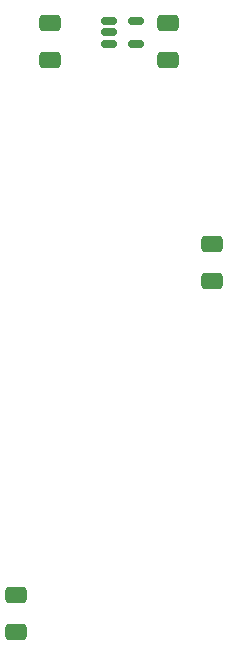
<source format=gbr>
%TF.GenerationSoftware,KiCad,Pcbnew,(7.0.0)*%
%TF.CreationDate,2023-05-30T16:09:46+02:00*%
%TF.ProjectId,connecteurs,636f6e6e-6563-4746-9575-72732e6b6963,1.0*%
%TF.SameCoordinates,Original*%
%TF.FileFunction,Paste,Top*%
%TF.FilePolarity,Positive*%
%FSLAX46Y46*%
G04 Gerber Fmt 4.6, Leading zero omitted, Abs format (unit mm)*
G04 Created by KiCad (PCBNEW (7.0.0)) date 2023-05-30 16:09:46*
%MOMM*%
%LPD*%
G01*
G04 APERTURE LIST*
G04 Aperture macros list*
%AMRoundRect*
0 Rectangle with rounded corners*
0 $1 Rounding radius*
0 $2 $3 $4 $5 $6 $7 $8 $9 X,Y pos of 4 corners*
0 Add a 4 corners polygon primitive as box body*
4,1,4,$2,$3,$4,$5,$6,$7,$8,$9,$2,$3,0*
0 Add four circle primitives for the rounded corners*
1,1,$1+$1,$2,$3*
1,1,$1+$1,$4,$5*
1,1,$1+$1,$6,$7*
1,1,$1+$1,$8,$9*
0 Add four rect primitives between the rounded corners*
20,1,$1+$1,$2,$3,$4,$5,0*
20,1,$1+$1,$4,$5,$6,$7,0*
20,1,$1+$1,$6,$7,$8,$9,0*
20,1,$1+$1,$8,$9,$2,$3,0*%
G04 Aperture macros list end*
%ADD10RoundRect,0.250000X0.650000X-0.412500X0.650000X0.412500X-0.650000X0.412500X-0.650000X-0.412500X0*%
%ADD11RoundRect,0.250000X-0.650000X0.412500X-0.650000X-0.412500X0.650000X-0.412500X0.650000X0.412500X0*%
%ADD12RoundRect,0.150000X-0.512500X-0.150000X0.512500X-0.150000X0.512500X0.150000X-0.512500X0.150000X0*%
G04 APERTURE END LIST*
D10*
%TO.C,C4*%
X75100000Y-105237500D03*
X75100000Y-108362500D03*
%TD*%
D11*
%TO.C,C3*%
X91700000Y-78662500D03*
X91700000Y-75537500D03*
%TD*%
%TO.C,C2*%
X88000000Y-56875000D03*
X88000000Y-60000000D03*
%TD*%
%TO.C,C1*%
X78000000Y-56875000D03*
X78000000Y-60000000D03*
%TD*%
D12*
%TO.C,U2*%
X83000000Y-56687500D03*
X83000000Y-57637500D03*
X83000000Y-58587500D03*
X85275000Y-58587500D03*
X85275000Y-56687500D03*
%TD*%
M02*

</source>
